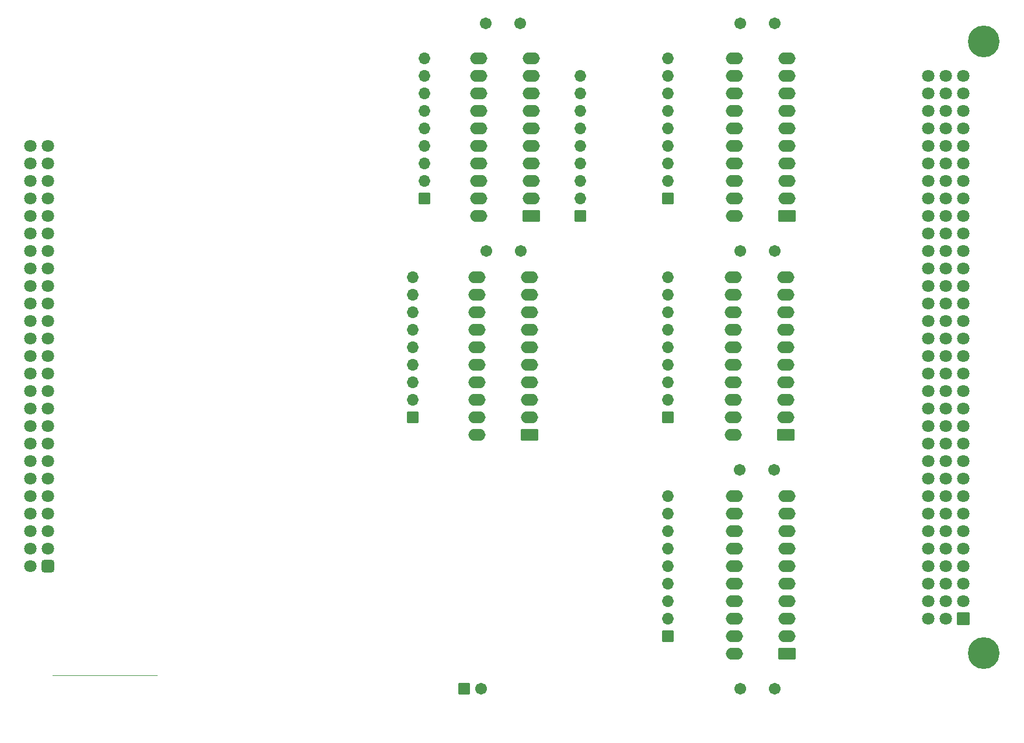
<source format=gbr>
G04 #@! TF.GenerationSoftware,KiCad,Pcbnew,7.0.1*
G04 #@! TF.CreationDate,2023-04-02T21:08:12+02:00*
G04 #@! TF.ProjectId,Victor HC90 Cart,56696374-6f72-4204-9843-393020436172,rev?*
G04 #@! TF.SameCoordinates,Original*
G04 #@! TF.FileFunction,Soldermask,Bot*
G04 #@! TF.FilePolarity,Negative*
%FSLAX46Y46*%
G04 Gerber Fmt 4.6, Leading zero omitted, Abs format (unit mm)*
G04 Created by KiCad (PCBNEW 7.0.1) date 2023-04-02 21:08:12*
%MOMM*%
%LPD*%
G01*
G04 APERTURE LIST*
G04 Aperture macros list*
%AMRoundRect*
0 Rectangle with rounded corners*
0 $1 Rounding radius*
0 $2 $3 $4 $5 $6 $7 $8 $9 X,Y pos of 4 corners*
0 Add a 4 corners polygon primitive as box body*
4,1,4,$2,$3,$4,$5,$6,$7,$8,$9,$2,$3,0*
0 Add four circle primitives for the rounded corners*
1,1,$1+$1,$2,$3*
1,1,$1+$1,$4,$5*
1,1,$1+$1,$6,$7*
1,1,$1+$1,$8,$9*
0 Add four rect primitives between the rounded corners*
20,1,$1+$1,$2,$3,$4,$5,0*
20,1,$1+$1,$4,$5,$6,$7,0*
20,1,$1+$1,$6,$7,$8,$9,0*
20,1,$1+$1,$8,$9,$2,$3,0*%
G04 Aperture macros list end*
%ADD10C,4.602000*%
%ADD11C,1.802000*%
%ADD12RoundRect,0.051000X0.850000X0.850000X-0.850000X0.850000X-0.850000X-0.850000X0.850000X-0.850000X0*%
%ADD13RoundRect,0.051000X-0.800000X-0.800000X0.800000X-0.800000X0.800000X0.800000X-0.800000X0.800000X0*%
%ADD14C,1.702000*%
%ADD15RoundRect,0.051000X1.200000X0.800000X-1.200000X0.800000X-1.200000X-0.800000X1.200000X-0.800000X0*%
%ADD16O,2.502000X1.702000*%
%ADD17RoundRect,0.051000X0.800000X-0.800000X0.800000X0.800000X-0.800000X0.800000X-0.800000X-0.800000X0*%
%ADD18O,1.702000X1.702000*%
%ADD19RoundRect,0.301000X0.600000X0.600000X-0.600000X0.600000X-0.600000X-0.600000X0.600000X-0.600000X0*%
G04 APERTURE END LIST*
D10*
X189055000Y-134540000D03*
X189055000Y-45800000D03*
D11*
X186055000Y-50800000D03*
X186055000Y-53340000D03*
X186055000Y-55880000D03*
X186055000Y-58420000D03*
X186055000Y-60960000D03*
X186055000Y-63500000D03*
X186055000Y-66040000D03*
X186055000Y-68580000D03*
X186055000Y-71120000D03*
X186055000Y-73660000D03*
X186055000Y-76200000D03*
X186055000Y-78740000D03*
X186055000Y-81280000D03*
X186055000Y-83820000D03*
X186055000Y-86360000D03*
X186055000Y-88900000D03*
X186055000Y-91440000D03*
X186055000Y-93980000D03*
X186055000Y-96520000D03*
X186055000Y-99060000D03*
X186055000Y-101600000D03*
X186055000Y-104140000D03*
X186055000Y-106680000D03*
X186055000Y-109220000D03*
X186055000Y-111760000D03*
X186055000Y-114300000D03*
X186055000Y-116840000D03*
X186055000Y-119380000D03*
X186055000Y-121920000D03*
X186055000Y-124460000D03*
X186055000Y-127000000D03*
D12*
X186055000Y-129540000D03*
D11*
X183515000Y-50800000D03*
X183515000Y-53340000D03*
X183515000Y-55880000D03*
X183515000Y-58420000D03*
X183515000Y-60960000D03*
X183515000Y-63500000D03*
X183515000Y-66040000D03*
X183515000Y-68580000D03*
X183515000Y-71120000D03*
X183515000Y-73660000D03*
X183515000Y-76200000D03*
X183515000Y-78740000D03*
X183515000Y-81280000D03*
X183515000Y-83820000D03*
X183515000Y-86360000D03*
X183515000Y-88900000D03*
X183515000Y-91440000D03*
X183515000Y-93980000D03*
X183515000Y-96520000D03*
X183515000Y-99060000D03*
X183515000Y-101600000D03*
X183515000Y-104140000D03*
X183515000Y-106680000D03*
X183515000Y-109220000D03*
X183515000Y-111760000D03*
X183515000Y-114300000D03*
X183515000Y-116840000D03*
X183515000Y-119380000D03*
X183515000Y-121920000D03*
X183515000Y-124460000D03*
X183515000Y-127000000D03*
X183515000Y-129540000D03*
X180975000Y-50800000D03*
X180975000Y-53340000D03*
X180975000Y-55880000D03*
X180975000Y-58420000D03*
X180975000Y-60960000D03*
X180975000Y-63500000D03*
X180975000Y-66040000D03*
X180975000Y-68580000D03*
X180975000Y-71120000D03*
X180975000Y-73660000D03*
X180975000Y-76200000D03*
X180975000Y-78740000D03*
X180975000Y-81280000D03*
X180975000Y-83820000D03*
X180975000Y-86360000D03*
X180975000Y-88900000D03*
X180975000Y-91440000D03*
X180975000Y-93980000D03*
X180975000Y-96520000D03*
X180975000Y-99060000D03*
X180975000Y-101600000D03*
X180975000Y-104140000D03*
X180975000Y-106680000D03*
X180975000Y-109220000D03*
X180975000Y-111760000D03*
X180975000Y-114300000D03*
X180975000Y-116840000D03*
X180975000Y-119380000D03*
X180975000Y-121920000D03*
X180975000Y-124460000D03*
X180975000Y-127000000D03*
X180975000Y-129540000D03*
D13*
X113650000Y-139700000D03*
D14*
X116150000Y-139700000D03*
D15*
X123190000Y-102870000D03*
D16*
X123190000Y-100330000D03*
X123190000Y-97790000D03*
X123190000Y-95250000D03*
X123190000Y-92710000D03*
X123190000Y-90170000D03*
X123190000Y-87630000D03*
X123190000Y-85090000D03*
X123190000Y-82550000D03*
X123190000Y-80010000D03*
X115570000Y-80010000D03*
X115570000Y-82550000D03*
X115570000Y-85090000D03*
X115570000Y-87630000D03*
X115570000Y-90170000D03*
X115570000Y-92710000D03*
X115570000Y-95250000D03*
X115570000Y-97790000D03*
X115570000Y-100330000D03*
X115570000Y-102870000D03*
D17*
X143256000Y-100330000D03*
D18*
X143256000Y-97790000D03*
X143256000Y-95250000D03*
X143256000Y-92710000D03*
X143256000Y-90170000D03*
X143256000Y-87630000D03*
X143256000Y-85090000D03*
X143256000Y-82550000D03*
X143256000Y-80010000D03*
D15*
X160528000Y-134620000D03*
D16*
X160528000Y-132080000D03*
X160528000Y-129540000D03*
X160528000Y-127000000D03*
X160528000Y-124460000D03*
X160528000Y-121920000D03*
X160528000Y-119380000D03*
X160528000Y-116840000D03*
X160528000Y-114300000D03*
X160528000Y-111760000D03*
X152908000Y-111760000D03*
X152908000Y-114300000D03*
X152908000Y-116840000D03*
X152908000Y-119380000D03*
X152908000Y-121920000D03*
X152908000Y-124460000D03*
X152908000Y-127000000D03*
X152908000Y-129540000D03*
X152908000Y-132080000D03*
X152908000Y-134620000D03*
D17*
X143256000Y-68580000D03*
D18*
X143256000Y-66040000D03*
X143256000Y-63500000D03*
X143256000Y-60960000D03*
X143256000Y-58420000D03*
X143256000Y-55880000D03*
X143256000Y-53340000D03*
X143256000Y-50800000D03*
X143256000Y-48260000D03*
D15*
X123429000Y-71120000D03*
D16*
X123429000Y-68580000D03*
X123429000Y-66040000D03*
X123429000Y-63500000D03*
X123429000Y-60960000D03*
X123429000Y-58420000D03*
X123429000Y-55880000D03*
X123429000Y-53340000D03*
X123429000Y-50800000D03*
X123429000Y-48260000D03*
X115809000Y-48260000D03*
X115809000Y-50800000D03*
X115809000Y-53340000D03*
X115809000Y-55880000D03*
X115809000Y-58420000D03*
X115809000Y-60960000D03*
X115809000Y-63500000D03*
X115809000Y-66040000D03*
X115809000Y-68580000D03*
X115809000Y-71120000D03*
D17*
X143256000Y-132080000D03*
D18*
X143256000Y-129540000D03*
X143256000Y-127000000D03*
X143256000Y-124460000D03*
X143256000Y-121920000D03*
X143256000Y-119380000D03*
X143256000Y-116840000D03*
X143256000Y-114300000D03*
X143256000Y-111760000D03*
D14*
X153710000Y-43180000D03*
X158710000Y-43180000D03*
X116840000Y-43180000D03*
X121840000Y-43180000D03*
D19*
X53340000Y-121920000D03*
D11*
X50800000Y-121920000D03*
X53340000Y-119380000D03*
X50800000Y-119380000D03*
X53340000Y-116840000D03*
X50800000Y-116840000D03*
X53340000Y-114300000D03*
X50800000Y-114300000D03*
X53340000Y-111760000D03*
X50800000Y-111760000D03*
X53340000Y-109220000D03*
X50800000Y-109220000D03*
X53340000Y-106680000D03*
X50800000Y-106680000D03*
X53340000Y-104140000D03*
X50800000Y-104140000D03*
X53340000Y-101600000D03*
X50800000Y-101600000D03*
X53340000Y-99060000D03*
X50800000Y-99060000D03*
X53340000Y-96520000D03*
X50800000Y-96520000D03*
X53340000Y-93980000D03*
X50800000Y-93980000D03*
X53340000Y-91440000D03*
X50800000Y-91440000D03*
X53340000Y-88900000D03*
X50800000Y-88900000D03*
X53340000Y-86360000D03*
X50800000Y-86360000D03*
X53340000Y-83820000D03*
X50800000Y-83820000D03*
X53340000Y-81280000D03*
X50800000Y-81280000D03*
X53340000Y-78740000D03*
X50800000Y-78740000D03*
X53340000Y-76200000D03*
X50800000Y-76200000D03*
X53340000Y-73660000D03*
X50800000Y-73660000D03*
X53340000Y-71120000D03*
X50800000Y-71120000D03*
X53340000Y-68580000D03*
X50800000Y-68580000D03*
X53340000Y-66040000D03*
X50800000Y-66040000D03*
X53340000Y-63500000D03*
X50800000Y-63500000D03*
X53340000Y-60960000D03*
X50800000Y-60960000D03*
D14*
X153670000Y-107950000D03*
X158670000Y-107950000D03*
D15*
X160289000Y-102870000D03*
D16*
X160289000Y-100330000D03*
X160289000Y-97790000D03*
X160289000Y-95250000D03*
X160289000Y-92710000D03*
X160289000Y-90170000D03*
X160289000Y-87630000D03*
X160289000Y-85090000D03*
X160289000Y-82550000D03*
X160289000Y-80010000D03*
X152669000Y-80010000D03*
X152669000Y-82550000D03*
X152669000Y-85090000D03*
X152669000Y-87630000D03*
X152669000Y-90170000D03*
X152669000Y-92710000D03*
X152669000Y-95250000D03*
X152669000Y-97790000D03*
X152669000Y-100330000D03*
X152669000Y-102870000D03*
D14*
X153750000Y-76200000D03*
X158750000Y-76200000D03*
X153750000Y-139700000D03*
X158750000Y-139700000D03*
X116920000Y-76200000D03*
X121920000Y-76200000D03*
D17*
X130556000Y-71120000D03*
D18*
X130556000Y-68580000D03*
X130556000Y-66040000D03*
X130556000Y-63500000D03*
X130556000Y-60960000D03*
X130556000Y-58420000D03*
X130556000Y-55880000D03*
X130556000Y-53340000D03*
X130556000Y-50800000D03*
D17*
X106189000Y-100330000D03*
D18*
X106189000Y-97790000D03*
X106189000Y-95250000D03*
X106189000Y-92710000D03*
X106189000Y-90170000D03*
X106189000Y-87630000D03*
X106189000Y-85090000D03*
X106189000Y-82550000D03*
X106189000Y-80010000D03*
D15*
X160528000Y-71120000D03*
D16*
X160528000Y-68580000D03*
X160528000Y-66040000D03*
X160528000Y-63500000D03*
X160528000Y-60960000D03*
X160528000Y-58420000D03*
X160528000Y-55880000D03*
X160528000Y-53340000D03*
X160528000Y-50800000D03*
X160528000Y-48260000D03*
X152908000Y-48260000D03*
X152908000Y-50800000D03*
X152908000Y-53340000D03*
X152908000Y-55880000D03*
X152908000Y-58420000D03*
X152908000Y-60960000D03*
X152908000Y-63500000D03*
X152908000Y-66040000D03*
X152908000Y-68580000D03*
X152908000Y-71120000D03*
D17*
X107950000Y-68580000D03*
D18*
X107950000Y-66040000D03*
X107950000Y-63500000D03*
X107950000Y-60960000D03*
X107950000Y-58420000D03*
X107950000Y-55880000D03*
X107950000Y-53340000D03*
X107950000Y-50800000D03*
X107950000Y-48260000D03*
G36*
X69199060Y-137788068D02*
G01*
X69215812Y-137792557D01*
X69216705Y-137793072D01*
X69216923Y-137793289D01*
X69217444Y-137794188D01*
X69221932Y-137810937D01*
X69222000Y-137811455D01*
X69222000Y-144128542D01*
X69221932Y-144129060D01*
X69217442Y-144145813D01*
X69216924Y-144146709D01*
X69216709Y-144146924D01*
X69215813Y-144147442D01*
X69199060Y-144151932D01*
X69198542Y-144152000D01*
X53991455Y-144152000D01*
X53990937Y-144151932D01*
X53974188Y-144147444D01*
X53973289Y-144146923D01*
X53973072Y-144146705D01*
X53972557Y-144145812D01*
X53968068Y-144129060D01*
X53968000Y-144128542D01*
X53968000Y-137811455D01*
X53968068Y-137810937D01*
X53971802Y-137797000D01*
X53977000Y-137797000D01*
X53977000Y-144143000D01*
X69213000Y-144143000D01*
X69213000Y-137797000D01*
X53977000Y-137797000D01*
X53971802Y-137797000D01*
X53972555Y-137794189D01*
X53973073Y-137793293D01*
X53973293Y-137793073D01*
X53974189Y-137792555D01*
X53990937Y-137788068D01*
X53991455Y-137788000D01*
X69198542Y-137788000D01*
X69199060Y-137788068D01*
G37*
M02*

</source>
